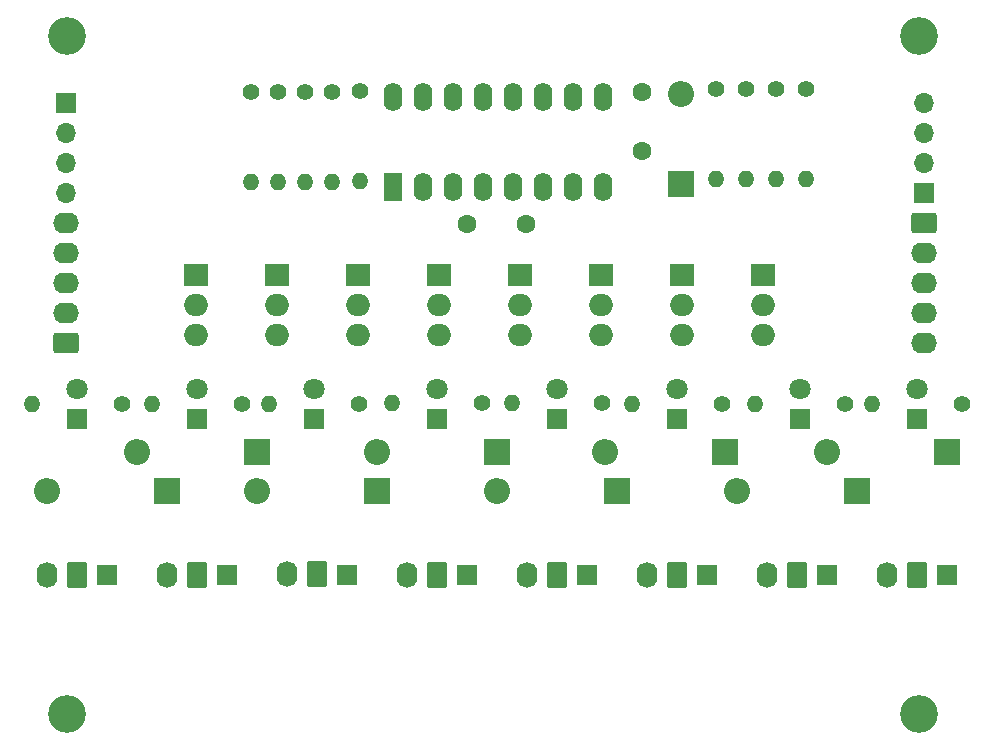
<source format=gbs>
G04 #@! TF.GenerationSoftware,KiCad,Pcbnew,7.0.1*
G04 #@! TF.CreationDate,2023-07-05T13:59:42-05:00*
G04 #@! TF.ProjectId,shift register mosfet array,73686966-7420-4726-9567-697374657220,rev?*
G04 #@! TF.SameCoordinates,Original*
G04 #@! TF.FileFunction,Soldermask,Bot*
G04 #@! TF.FilePolarity,Negative*
%FSLAX46Y46*%
G04 Gerber Fmt 4.6, Leading zero omitted, Abs format (unit mm)*
G04 Created by KiCad (PCBNEW 7.0.1) date 2023-07-05 13:59:42*
%MOMM*%
%LPD*%
G01*
G04 APERTURE LIST*
G04 Aperture macros list*
%AMRoundRect*
0 Rectangle with rounded corners*
0 $1 Rounding radius*
0 $2 $3 $4 $5 $6 $7 $8 $9 X,Y pos of 4 corners*
0 Add a 4 corners polygon primitive as box body*
4,1,4,$2,$3,$4,$5,$6,$7,$8,$9,$2,$3,0*
0 Add four circle primitives for the rounded corners*
1,1,$1+$1,$2,$3*
1,1,$1+$1,$4,$5*
1,1,$1+$1,$6,$7*
1,1,$1+$1,$8,$9*
0 Add four rect primitives between the rounded corners*
20,1,$1+$1,$2,$3,$4,$5,0*
20,1,$1+$1,$4,$5,$6,$7,0*
20,1,$1+$1,$6,$7,$8,$9,0*
20,1,$1+$1,$8,$9,$2,$3,0*%
G04 Aperture macros list end*
%ADD10R,2.000000X1.905000*%
%ADD11O,2.000000X1.905000*%
%ADD12R,1.700000X1.700000*%
%ADD13RoundRect,0.250000X0.845000X-0.620000X0.845000X0.620000X-0.845000X0.620000X-0.845000X-0.620000X0*%
%ADD14O,2.190000X1.740000*%
%ADD15R,2.200000X2.200000*%
%ADD16O,2.200000X2.200000*%
%ADD17RoundRect,0.250000X-0.845000X0.620000X-0.845000X-0.620000X0.845000X-0.620000X0.845000X0.620000X0*%
%ADD18C,1.400000*%
%ADD19O,1.400000X1.400000*%
%ADD20R,1.800000X1.800000*%
%ADD21C,1.800000*%
%ADD22C,3.200000*%
%ADD23O,1.700000X1.700000*%
%ADD24RoundRect,0.250000X0.620000X0.845000X-0.620000X0.845000X-0.620000X-0.845000X0.620000X-0.845000X0*%
%ADD25O,1.740000X2.190000*%
%ADD26C,1.600000*%
%ADD27R,1.600000X2.400000*%
%ADD28O,1.600000X2.400000*%
G04 APERTURE END LIST*
D10*
X135890000Y-81534000D03*
D11*
X135890000Y-84074000D03*
X135890000Y-86614000D03*
D12*
X182433000Y-106934000D03*
D13*
X117977000Y-87326000D03*
D14*
X117977000Y-84786000D03*
X117977000Y-82246000D03*
X117977000Y-79706000D03*
X117977000Y-77166000D03*
D15*
X134173000Y-96520000D03*
D16*
X124013000Y-96520000D03*
D17*
X190621000Y-77166000D03*
D14*
X190621000Y-79706000D03*
X190621000Y-82246000D03*
X190621000Y-84786000D03*
X190621000Y-87326000D03*
D18*
X133680000Y-66091000D03*
D19*
X133680000Y-73711000D03*
D18*
X178130000Y-65837000D03*
D19*
X178130000Y-73457000D03*
D12*
X141793000Y-106934000D03*
D20*
X159573000Y-93726000D03*
D21*
X159573000Y-91186000D03*
D10*
X149606000Y-81534000D03*
D11*
X149606000Y-84074000D03*
X149606000Y-86614000D03*
D10*
X156464000Y-81534000D03*
D11*
X156464000Y-84074000D03*
X156464000Y-86614000D03*
D10*
X170180000Y-81534000D03*
D11*
X170180000Y-84074000D03*
X170180000Y-86614000D03*
D22*
X190246000Y-61355000D03*
D12*
X117977000Y-67006000D03*
D23*
X117977000Y-69546000D03*
X117977000Y-72086000D03*
X117977000Y-74626000D03*
D20*
X138999000Y-93731000D03*
D21*
X138999000Y-91191000D03*
D24*
X190053000Y-106934000D03*
D25*
X187513000Y-106934000D03*
D20*
X180147000Y-93731000D03*
D21*
X180147000Y-91191000D03*
D15*
X173797000Y-96520000D03*
D16*
X163637000Y-96520000D03*
D15*
X126553000Y-99822000D03*
D16*
X116393000Y-99822000D03*
D24*
X139253000Y-106914000D03*
D25*
X136713000Y-106914000D03*
D26*
X151993000Y-77216000D03*
X156993000Y-77216000D03*
D12*
X172273000Y-106934000D03*
X162113000Y-106934000D03*
D27*
X145678000Y-74133000D03*
D28*
X148218000Y-74133000D03*
X150758000Y-74133000D03*
X153298000Y-74133000D03*
X155838000Y-74133000D03*
X158378000Y-74133000D03*
X160918000Y-74133000D03*
X163458000Y-74133000D03*
X163458000Y-66513000D03*
X160918000Y-66513000D03*
X158378000Y-66513000D03*
X155838000Y-66513000D03*
X153298000Y-66513000D03*
X150758000Y-66513000D03*
X148218000Y-66513000D03*
X145678000Y-66513000D03*
D22*
X118110000Y-118759000D03*
D18*
X173050000Y-65837000D03*
D19*
X173050000Y-73457000D03*
D12*
X192593000Y-106934000D03*
D18*
X135966000Y-66091000D03*
D19*
X135966000Y-73711000D03*
D18*
X138252000Y-66091000D03*
D19*
X138252000Y-73711000D03*
D18*
X175590000Y-65837000D03*
D19*
X175590000Y-73457000D03*
D15*
X164653000Y-99822000D03*
D16*
X154493000Y-99822000D03*
D15*
X144333000Y-99822000D03*
D16*
X134173000Y-99822000D03*
D10*
X142748000Y-81534000D03*
D11*
X142748000Y-84074000D03*
X142748000Y-86614000D03*
D20*
X149413000Y-93726000D03*
D21*
X149413000Y-91186000D03*
D18*
X142869000Y-65990000D03*
D19*
X142869000Y-73610000D03*
D10*
X177038000Y-81534000D03*
D11*
X177038000Y-84074000D03*
X177038000Y-86614000D03*
D18*
X180670000Y-65837000D03*
D19*
X180670000Y-73457000D03*
D24*
X118933000Y-106934000D03*
D25*
X116393000Y-106934000D03*
D15*
X192593000Y-96520000D03*
D16*
X182433000Y-96520000D03*
D22*
X118110000Y-61355000D03*
D10*
X163322000Y-81534000D03*
D11*
X163322000Y-84074000D03*
X163322000Y-86614000D03*
D24*
X149413000Y-106934000D03*
D25*
X146873000Y-106934000D03*
D24*
X179893000Y-106934000D03*
D25*
X177353000Y-106934000D03*
D24*
X159573000Y-106934000D03*
D25*
X157033000Y-106934000D03*
D20*
X190053000Y-93731000D03*
D21*
X190053000Y-91191000D03*
D18*
X140538000Y-66091000D03*
D19*
X140538000Y-73711000D03*
D12*
X190621000Y-74626000D03*
D23*
X190621000Y-72086000D03*
X190621000Y-69546000D03*
X190621000Y-67006000D03*
D22*
X190246000Y-118759000D03*
D20*
X129093000Y-93731000D03*
D21*
X129093000Y-91191000D03*
D12*
X121473000Y-106934000D03*
D24*
X129093000Y-106934000D03*
D25*
X126553000Y-106934000D03*
D20*
X118933000Y-93731000D03*
D21*
X118933000Y-91191000D03*
D10*
X129032000Y-81534000D03*
D11*
X129032000Y-84074000D03*
X129032000Y-86614000D03*
D26*
X166745000Y-66070000D03*
X166745000Y-71070000D03*
D15*
X184973000Y-99822000D03*
D16*
X174813000Y-99822000D03*
D20*
X169733000Y-93731000D03*
D21*
X169733000Y-91191000D03*
D15*
X154493000Y-96520000D03*
D16*
X144333000Y-96520000D03*
D24*
X169733000Y-106934000D03*
D25*
X167193000Y-106934000D03*
D12*
X151953000Y-106934000D03*
X131633000Y-106934000D03*
D15*
X170047000Y-73904000D03*
D16*
X170047000Y-66284000D03*
D18*
X173543000Y-92456000D03*
D19*
X165923000Y-92456000D03*
D18*
X132903000Y-92456000D03*
D19*
X125283000Y-92456000D03*
D18*
X142809000Y-92456000D03*
D19*
X135189000Y-92456000D03*
D18*
X163383000Y-92451000D03*
D19*
X155763000Y-92451000D03*
D18*
X153223000Y-92451000D03*
D19*
X145603000Y-92451000D03*
D18*
X183957000Y-92456000D03*
D19*
X176337000Y-92456000D03*
D18*
X193863000Y-92456000D03*
D19*
X186243000Y-92456000D03*
D18*
X122743000Y-92456000D03*
D19*
X115123000Y-92456000D03*
M02*

</source>
